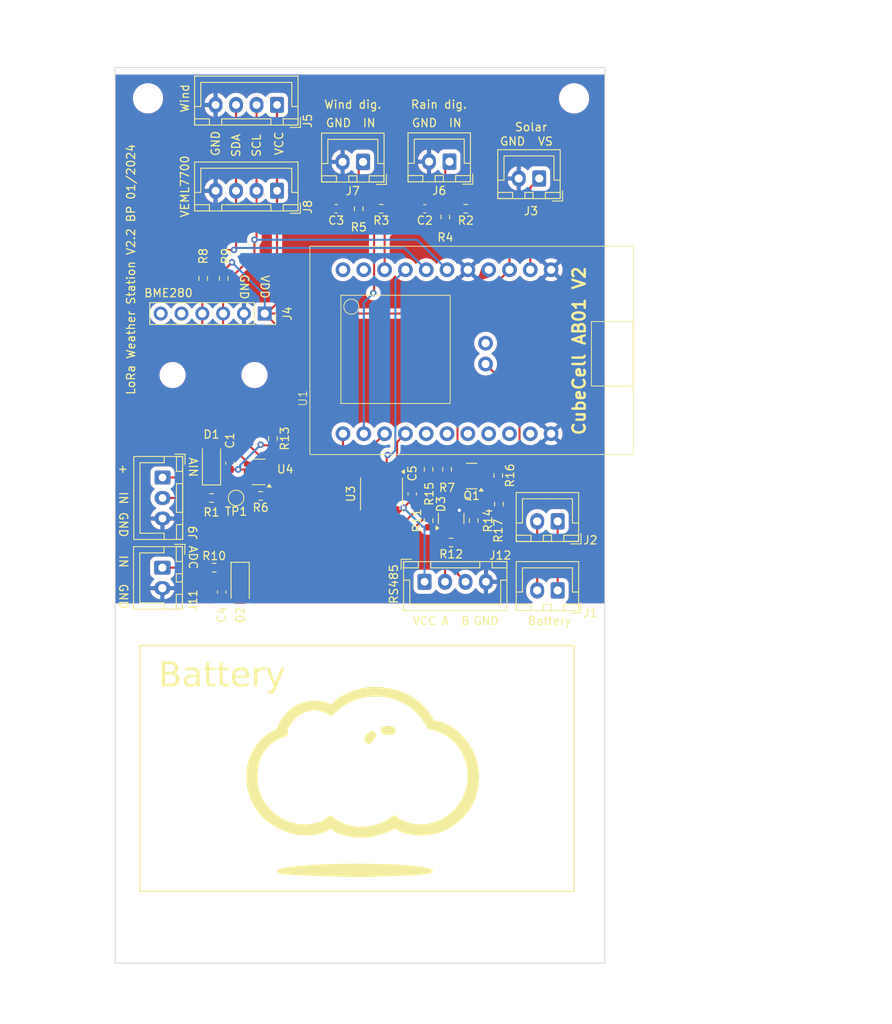
<source format=kicad_pcb>
(kicad_pcb (version 20240108) (generator "pcbnew") (generator_version "8.0")
  (layers (0 "F.Cu" signal) (31 "B.Cu" signal) (34 "B.Paste" user) (35 "F.Paste" user) (36 "B.SilkS" user "B.Silkscreen") (37 "F.SilkS" user "F.Silkscreen") (38 "B.Mask" user) (39 "F.Mask" user) (44 "Edge.Cuts" user))
  (net 0 "")
  (net 1 "VDDA")
  (net 2 "GND")
  (net 3 "Net-(J6-Pin_1)")
  (net 4 "Net-(J7-Pin_1)")
  (net 5 "Net-(D1-K)")
  (net 6 "Net-(U4-VIN-)")
  (net 7 "Net-(J9-Pin_2)")
  (net 8 "/B")
  (net 9 "/A")
  (net 10 "Net-(J1-Pin_1)")
  (net 11 "Net-(J1-Pin_2)")
  (net 12 "VS")
  (net 13 "/SCL")
  (net 14 "/SDA")
  (net 15 "/RAIN")
  (net 16 "/WIND")
  (net 17 "GNDD")
  (net 19 "+3V3")
  (net 20 "VDD_RS485")
  (net 29 "Net-(D2-K)")
  (net 32 "Net-(J11-Pin_1)")
  (net 33 "/RS485_PWR")
  (net 34 "Net-(U3-A)")
  (net 35 "Net-(U3-B)")
  (net 36 "/UART1TX")
  (net 37 "/RS485SW")
  (net 38 "/UART1RX")
  (net 39 "Net-(J9-Pin_1)")
  (net 40 "Net-(Q1-S)")
  (footprint "MountingHole:MountingHole_2.7mm" (layer "F.Cu") (at 87 112.75)
    (property "Reference" "H9" (hide yes))
    (property "Value" "MountingHole")
  )
  (footprint "Connector_JST:JST_XH_B2B-XH-A_1x02_P2.50mm_Vertical" (layer "F.Cu") (at 111 81.85 180)
    (property "Reference" "J2")
    (property "Value" "Conn_01x02_Pin")
  )
  (footprint "Resistor_SMD:R_0603_1608Metric" (layer "F.Cu") (at 76.25 71.75 -90)
    (property "Reference" "R13")
    (property "Value" "0")
  )
  (footprint "Connector_JST:JST_XH_B4B-XH-A_1x04_P2.50mm_Vertical" (layer "F.Cu") (at 76.75 41.525 180)
    (property "Reference" "J8")
    (property "Value" "Conn_01x04_Pin")
  )
  (footprint "TestPoint:TestPoint_Pad_D1.5mm" (layer "F.Cu") (at 71.75 79 180)
    (property "Reference" "TP1")
    (property "Value" "TestPoint")
  )
  (footprint "Connector_JST:JST_XH_B2B-XH-A_1x02_P2.50mm_Vertical" (layer "F.Cu") (at 97.795 37.97 180)
    (property "Reference" "J6")
    (property "Value" "Conn_01x02_Pin")
  )
  (footprint "Resistor_SMD:R_0603_1608Metric" (layer "F.Cu") (at 98 84.425 180)
    (property "Reference" "R12")
    (property "Value" "120")
  )
  (footprint "Heltec:CubeCellAB01" (layer "F.Cu") (at 110.2 71.16 90)
    (property "Reference" "U1")
    (property "Value" "~")
  )
  (footprint "MountingHole:MountingHole_2.7mm" (layer "F.Cu") (at 74 64)
    (property "Reference" "H8" (hide yes))
    (property "Value" "MountingHole")
  )
  (footprint "Connector_JST:JST_XH_B2B-XH-A_1x02_P2.50mm_Vertical" (layer "F.Cu") (at 87.25 38 180)
    (property "Reference" "J7")
    (property "Value" "Conn_01x02_Pin")
  )
  (footprint "MountingHole:MountingHole_2.7mm" (layer "F.Cu") (at 64 64)
    (property "Reference" "H7" (hide yes))
    (property "Value" "MountingHole")
  )
  (footprint "Connector_JST:JST_XH_B3B-XH-A_1x03_P2.50mm_Vertical" (layer "F.Cu") (at 62.775 76.5 -90)
    (property "Reference" "J9")
    (property "Value" "Conn_01x03_Pin")
  )
  (footprint "Connector_JST:JST_XH_B2B-XH-A_1x02_P2.50mm_Vertical" (layer "F.Cu") (at 62.75 87.5 -90)
    (property "Reference" "J11")
    (property "Value" "Conn_01x02_Pin")
  )
  (footprint "Resistor_SMD:R_0603_1608Metric" (layer "F.Cu") (at 99.785 43.72 180)
    (property "Reference" "R2")
    (property "Value" "100k")
  )
  (footprint "MountingHole:MountingHole_3.2mm_M3" (layer "F.Cu") (at 87.25 130.5)
    (property "Reference" "H6" (hide yes))
    (property "Value" "MountingHole")
  )
  (footprint "Diode_SMD:D_MiniMELF" (layer "F.Cu") (at 72.25 89.5 -90)
    (property "Reference" "D2")
    (property "Value" "ZMM3V3-M")
  )
  (footprint "Package_TO_SOT_SMD:SOT-23" (layer "F.Cu") (at 100.5 76.325 180)
    (property "Reference" "Q1")
    (property "Value" "AO3401A")
  )
  (footprint "Resistor_SMD:R_0603_1608Metric" (layer "F.Cu") (at 67.74 52.225 -90)
    (property "Reference" "R8")
    (property "Value" "4k7")
  )
  (footprint "MountingHole:MountingHole_3.2mm_M3" (layer "F.Cu") (at 113 30.25)
    (property "Reference" "H2" (hide yes))
    (property "Value" "MountingHole")
  )
  (footprint "Resistor_SMD:R_0603_1608Metric" (layer "F.Cu") (at 69.075 87.5)
    (property "Reference" "R10")
    (property "Value" "470")
  )
  (footprint "Resistor_SMD:R_0603_1608Metric" (layer "F.Cu") (at 95.25 81.75 90)
    (property "Reference" "R11")
    (property "Value" "10")
  )
  (footprint "Resistor_SMD:R_0603_1608Metric" (layer "F.Cu") (at 103.825 79.75 90)
    (property "Reference" "R17")
    (property "Value" "47k")
  )
  (footprint "Package_SO:SOIC-8_3.9x4.9mm_P1.27mm" (layer "F.Cu") (at 89.5 78.5 -90)
    (property "Reference" "U3")
    (property "Value" "SP3485EN")
  )
  (footprint "Capacitor_SMD:C_0603_1608Metric" (layer "F.Cu") (at 93.25 78.5 90)
    (property "Reference" "C5")
    (property "Value" "100n")
  )
  (footprint "Capacitor_SMD:C_0603_1608Metric" (layer "F.Cu") (at 94.785 43.72 180)
    (property "Reference" "C2")
    (property "Value" "10n")
  )
  (footprint "Capacitor_SMD:C_0603_1608Metric" (layer "F.Cu") (at 70 90.475 -90)
    (property "Reference" "C4")
    (property "Value" "10n")
  )
  (footprint "Resistor_SMD:R_0603_1608Metric" (layer "F.Cu") (at 74.75 78.75 180)
    (property "Reference" "R6")
    (property "Value" "0R")
  )
  (footprint "MountingHole:MountingHole_3.2mm_M3" (layer "F.Cu") (at 61 131.25)
    (property "Reference" "H3" (hide yes))
    (property "Value" "MountingHole")
  )
  (footprint "Capacitor_SMD:C_0603_1608Metric" (layer "F.Cu") (at 71 74.75 90)
    (property "Reference" "C1")
    (property "Value" "100n")
  )
  (footprint "Connector_PinSocket_2.54mm:PinSocket_1x06_P2.54mm_Vertical" (layer "F.Cu") (at 75.25 56.5 -90)
    (property "Reference" "J4")
    (property "Value" "Conn_01x06_Pin")
  )
  (footprint "Diode_SMD:D_MiniMELF" (layer "F.Cu") (at 68.75 74.75 90)
    (property "Reference" "D1")
    (property "Value" "ZMM3V3-M")
  )
  (footprint "Resistor_SMD:R_0603_1608Metric" (layer "F.Cu") (at 89.47 43.72 180)
    (property "Reference" "R3")
    (property "Value" "100k")
  )
  (footprint "MountingHole:MountingHole_3.2mm_M3" (layer "F.Cu") (at 87.25 95.25)
    (property "Reference" "H5" (hide yes))
    (property "Value" "MountingHole")
  )
  (footprint "Resistor_SMD:R_0603_1608Metric" (layer "F.Cu") (at 86.72 43.72 -90)
    (property "Reference" "R5")
    (property "Value" "10")
  )
  (footprint "Package_TO_SOT_SMD:SOT-23" (layer "F.Cu") (at 98 81.5 90)
    (property "Reference" "D3")
    (property "Value" "PSM712")
  )
  (footprint "MountingHole:MountingHole_3.2mm_M3" (layer "F.Cu") (at 112.5 131)
    (property "Reference" "H4" (hide yes))
    (property "Value" "MountingHole")
  )
  (footprint "Resistor_SMD:R_0603_1608Metric" (layer "F.Cu") (at 70.24 52.225 -90)
    (property "Reference" "R9")
    (property "Value" "4k7")
  )
  (footprint "MountingHole:MountingHole_3.2mm_M3" (layer "F.Cu") (at 61 30.25)
    (property "Reference" "H1" (hide yes))
    (property "Value" "MountingHole")
  )
  (footprint "Resistor_SMD:R_0603_1608Metric" (layer "F.Cu") (at 97.285 44.72 -90)
    (property "Reference" "R4")
    (property "Value" "10")
  )
  (footprint "Connector_JST:JST_XH_B4B-XH-A_1x04_P2.50mm_Vertical" (layer "F.Cu") (at 94.75 89.225)
    (property "Reference" "J12")
    (property "Value" "Conn_01x04")
  )
  (footprint "Resistor_SMD:R_0603_1608Metric" (layer "F.Cu") (at 68.75 79)
    (property "Reference" "R1")
    (property "Value" "470")
  )
  (footprint "Capacitor_SMD:C_0603_1608Metric" (layer "F.Cu") (at 83.97 43.72 180)
    (property "Reference" "C3")
    (property "Value" "10n")
  )
  (footprint "Connector_JST:JST_XH_B2B-XH-A_1x02_P2.50mm_Vertical" (layer "F.Cu") (at 108.75 40.025 180)
    (property "Reference" "J3")
    (property "Value" "Conn_01x02_Pin")
  )
  (footprint "Connector_JST:JST_XH_B4B-XH-A_1x04_P2.50mm_Vertical" (layer "F.Cu") (at 76.75 31.05 180)
    (property "Reference" "J5")
    (property "Value" "Conn_01x04_Pin")
  )
  (footprint "Connector_JST:JST_XH_B2B-XH-A_1x02_P2.50mm_Vertical" (layer "F.Cu") (at 111 90.275 180)
    (property "Reference" "J1")
    (property "Value" "Conn_01x02_Pin")
  )
  (footprint "Resistor_SMD:R_0603_1608Metric" (layer "F.Cu") (at 100.75 81.75 90)
    (property "Reference" "R14")
    (property "Value" "10")
  )
  (footprint "Resistor_SMD:R_0603_1608Metric" (layer "F.Cu") (at 95.25 75.5 -90)
    (property "Reference" "R15")
    (property "Value" "0")
  )
  (footprint "Package_TO_SOT_SMD:SOT-23-6" (layer "F.Cu") (at 74.5 75.825 180)
    (property "Reference" "U4")
    (property "Value" "ADS1110")
  )
  (footprint "Resistor_SMD:R_0603_1608Metric" (layer "F.Cu") (at 97.5 75.5 90)
    (property "Reference" "R7")
    (property "Value" "0R")
  )
  (footprint "Resistor_SMD:R_0603_1608Metric" (layer "F.Cu") (at 103.75 76.25 -90)
    (property "Reference" "R16")
    (property "Value" "100k")
  )
  (gr_poly (pts (xy 90.391292 106.804245) (xy 90.489336 106.811963) (xy 90.584349 106.824093) (xy 90.675506 106.840549) (xy 90.761983 106.861249) (xy 90.842955 106.886106) (xy 90.917598 106.915035) (xy 90.985087 106.947953) (xy 91.015891 106.965881) (xy 91.044597 106.984775) (xy 91.071102 107.004622) (xy 91.095304 107.025414) (xy 91.109142 107.039345) (xy 91.122175 107.054768) (xy 91.1344 107.071588) (xy 91.145813 107.089712) (xy 91.15641 107.109047) (xy 91.166189 107.129498) (xy 91.183276 107.173376) (xy 91.197046 107.220596) (xy 91.207473 107.270408) (xy 91.214528 107.322062) (xy 91.218184 107.374809) (xy 91.218413 107.427899) (xy 91.215188 107.480582) (xy 91.208482 107.532107) (xy 91.198266 107.581726) (xy 91.184514 107.628689) (xy 91.176303 107.65094) (xy 91.167198 107.672245) (xy 91.157195 107.692512) (xy 91.14629 107.711646) (xy 91.13448 107.729553) (xy 91.121763 107.74614) (xy 91.106377 107.763578) (xy 91.09021 107.779267) (xy 91.072617 107.793341) (xy 91.052952 107.80593) (xy 91.030571 107.817166) (xy 91.004829 107.827181) (xy 90.975081 107.836105) (xy 90.940681 107.844071) (xy 90.900984 107.85121) (xy 90.855346 107.857654) (xy 90.743664 107.86898) (xy 90.600475 107.879102) (xy 90.420618 107.889072) (xy 90.328603 107.893608) (xy 90.245483 107.897279) (xy 90.170683 107.90004) (xy 90.103625 107.901848) (xy 90.043732 107.902656) (xy 89.990427 107.902421) (xy 89.943132 107.901098) (xy 89.90127 107.898644) (xy 89.864264 107.895012) (xy 89.847402 107.892741) (xy 89.831537 107.890158) (xy 89.816598 107.88726) (xy 89.802512 107.884039) (xy 89.789207 107.880491) (xy 89.776611 107.876609) (xy 89.764652 107.872389) (xy 89.753258 107.867825) (xy 89.742356 107.86291) (xy 89.731875 107.85764) (xy 89.721742 107.852009) (xy 89.711884 107.846011) (xy 89.69271 107.832894) (xy 89.660723 107.807641) (xy 89.630488 107.78003) (xy 89.602046 107.750161) (xy 89.575442 107.718131) (xy 89.550718 107.684038) (xy 89.527917 107.647982) (xy 89.507083 107.61006) (xy 89.488259 107.57037) (xy 89.471488 107.529011) (xy 89.456814 107.48608) (xy 89.444278 107.441677) (xy 89.433925 107.395899) (xy 89.425797 107.348845) (xy 89.419939 107.300612) (xy 89.416392 107.251299) (xy 89.4152 107.201005) (xy 89.4152 106.962302) (xy 89.689388 106.880878) (xy 89.785559 106.855339) (xy 89.884471 106.834804) (xy 89.9853 106.81919) (xy 90.087221 106.808412) (xy 90.18941 106.802385) (xy 90.291042 106.801024)) (stroke (width -0.000001)) (fill solid) (layer "F.SilkS"))
  (gr_rect (start 60 97) (end 113 127) (stroke (width 0.15)) (fill none) (layer "F.SilkS"))
  (gr_poly (pts (xy 89.957831 123.659279) (xy 91.233362 123.702186) (xy 92.246244 123.760082) (xy 92.714227 123.800062) (xy 93.195194 123.848663) (xy 93.671115 123.903421) (xy 94.123964 123.961874) (xy 94.535714 124.021558) (xy 94.888336 124.080009) (xy 95.163804 124.134764) (xy 95.344089 124.183361) (xy 95.422382 124.213151) (xy 95.458609 124.228607) (xy 95.492872 124.244402) (xy 95.525157 124.260507) (xy 95.555453 124.276896) (xy 95.583745 124.293543) (xy 95.61002 124.310419) (xy 95.634266 124.327499) (xy 95.656469 124.344754) (xy 95.676617 124.362158) (xy 95.694696 124.379685) (xy 95.710692 124.397306) (xy 95.724594 124.414996) (xy 95.736388 124.432726) (xy 95.74606 124.45047) (xy 95.753598 124.468202) (xy 95.758988 124.485893) (xy 95.762218 124.503517) (xy 95.763274 124.521047) (xy 95.762143 124.538456) (xy 95.758813 124.555717) (xy 95.753269 124.572802) (xy 95.7455 124.589686) (xy 95.735491 124.60634) (xy 95.72323 124.622738) (xy 95.708703 124.638853) (xy 95.691898 124.654658) (xy 95.672801 124.670126) (xy 95.6514 124.685229) (xy 95.62768 124.699942) (xy 95.60163 124.714236) (xy 95.520943 124.751622) (xy 95.427503 124.78623) (xy 95.318845 124.81829) (xy 95.192502 124.848035) (xy 95.04601 124.875695) (xy 94.876904 124.901502) (xy 94.682716 124.925688) (xy 94.460982 124.948483) (xy 94.209237 124.970119) (xy 93.925014 124.990828) (xy 93.605847 125.01084) (xy 93.249273 125.030387) (xy 92.414035 125.069013) (xy 91.399576 125.108556) (xy 87.847031 125.235267) (xy 87.123183 125.256692) (xy 86.848743 125.258471) (xy 86.091539 125.240626) (xy 84.493952 125.209518) (xy 84.493953 125.209521) (xy 82.540181 125.15554) (xy 80.426154 125.070995) (xy 78.606391 124.976565) (xy 77.948896 124.932105) (xy 77.535412 124.892928) (xy 77.442828 124.879821) (xy 77.355654 124.86545) (xy 77.273927 124.849834) (xy 77.197687 124.832988) (xy 77.126973 124.81493) (xy 77.061823 124.795677) (xy 77.002277 124.775245) (xy 76.948373 124.753652) (xy 76.90015 124.730914) (xy 76.857647 124.707049) (xy 76.820904 124.682072) (xy 76.789958 124.656001) (xy 76.764848 124.628853) (xy 76.745615 124.600645) (xy 76.732295 124.571394) (xy 76.72493 124.541116) (xy 76.723731 124.527314) (xy 76.724036 124.513467) (xy 76.725818 124.499593) (xy 76.729053 124.485706) (xy 76.733715 124.471824) (xy 76.73978 124.457964) (xy 76.747223 124.444141) (xy 76.756017 124.430371) (xy 76.76614 124.416673) (xy 76.777564 124.403061) (xy 76.790266 124.389552) (xy 76.80422 124.376163) (xy 76.819401 124.362911) (xy 76.835784 124.349811) (xy 76.853344 124.336879) (xy 76.872057 124.324134) (xy 76.891896 124.31159) (xy 76.912837 124.299264) (xy 76.934855 124.287174) (xy 76.957925 124.275334) (xy 76.982022 124.263762) (xy 77.007121 124.252474) (xy 77.033196 124.241486) (xy 77.060222 124.230816) (xy 77.088176 124.220478) (xy 77.117031 124.210491) (xy 77.146762 124.20087) (xy 77.177345 124.191631) (xy 77.208754 124.182791) (xy 77.240965 124.174367) (xy 77.307689 124.158831) (xy 77.580886 124.110506) (xy 77.970974 124.05593) (xy 78.454944 123.997471) (xy 79.009788 123.937495) (xy 79.612495 123.87837) (xy 80.240056 123.822465) (xy 80.869462 123.772146) (xy 81.477703 123.729781) (xy 82.570869 123.677811) (xy 83.903746 123.642243) (xy 86.953726 123.619371)) (stroke (width -0.000001)) (fill solid) (layer "F.SilkS"))
  (gr_poly (pts (xy 88.436566 107.391627) (xy 88.44528 107.392347) (xy 88.453724 107.3935) (xy 88.461938 107.39509) (xy 88.469964 107.397123) (xy 88.477843 107.399602) (xy 88.485614 107.402533) (xy 88.493319 107.405918) (xy 88.500998 107.409764) (xy 88.508693 107.414074) (xy 88.516444 107.418853) (xy 88.524291 107.424105) (xy 88.532276 107.429835) (xy 88.54044 107.436047) (xy 88.557465 107.449936) (xy 88.575692 107.465806) (xy 88.600707 107.489955) (xy 88.625299 107.517301) (xy 88.649302 107.547483) (xy 88.672553 107.580139) (xy 88.694888 107.614906) (xy 88.716142 107.651424) (xy 88.736151 107.689329) (xy 88.75475 107.72826) (xy 88.771777 107.767855) (xy 88.787066 107.807753) (xy 88.800453 107.847591) (xy 88.811775 107.887007) (xy 88.820866 107.92564) (xy 88.827563 107.963127) (xy 88.831702 107.999107) (xy 88.833118 108.033218) (xy 88.831607 108.049315) (xy 88.827118 108.068156) (xy 88.819718 108.089638) (xy 88.809475 108.113657) (xy 88.796455 108.14011) (xy 88.780726 108.168894) (xy 88.762355 108.199905) (xy 88.741409 108.233041) (xy 88.717956 108.268197) (xy 88.692062 108.305271) (xy 88.63322 108.384759) (xy 88.565422 108.470677) (xy 88.489205 108.5622) (xy 88.489203 108.5622) (xy 88.414035 108.649832) (xy 88.34664 108.727125) (xy 88.286241 108.794544) (xy 88.232061 108.852555) (xy 88.20706 108.878177) (xy 88.183321 108.901622) (xy 88.160749 108.922948) (xy 88.139245 108.942212) (xy 88.118712 108.959473) (xy 88.099053 108.974789) (xy 88.080172 108.988218) (xy 88.06197 108.999818) (xy 88.04435 109.009648) (xy 88.027216 109.017766) (xy 88.01047 109.024229) (xy 87.994014 109.029096) (xy 87.977753 109.032425) (xy 87.961587 109.034274) (xy 87.945421 109.034702) (xy 87.929157 109.033767) (xy 87.912698 109.031526) (xy 87.895946 109.028038) (xy 87.878805 109.023361) (xy 87.861177 109.017553) (xy 87.842965 109.010672) (xy 87.824072 109.002777) (xy 87.783852 108.984176) (xy 87.751091 108.96739) (xy 87.719667 108.949436) (xy 87.689594 108.93036) (xy 87.660888 108.910205) (xy 87.633563 108.889015) (xy 87.607637 108.866835) (xy 87.583123 108.84371) (xy 87.560037 108.819683) (xy 87.538395 108.794799) (xy 87.518211 108.769102) (xy 87.499501 108.742637) (xy 87.482281 108.715448) (xy 87.466565 108.687579) (xy 87.452369 108.659074) (xy 87.439709 108.629978) (xy 87.428599 108.600336) (xy 87.419055 108.570191) (xy 87.411092 108.539588) (xy 87.404726 108.508572) (xy 87.399971 108.477186) (xy 87.396844 108.445474) (xy 87.395359 108.413482) (xy 87.395532 108.381254) (xy 87.397378 108.348833) (xy 87.400913 108.316265) (xy 87.406151 108.283593) (xy 87.413108 108.250862) (xy 87.4218 108.218116) (xy 87.432241 108.1854) (xy 87.444448 108.152757) (xy 87.458434 108.120233) (xy 87.474216 108.087872) (xy 87.500616 108.041845) (xy 87.53298 107.993866) (xy 87.570653 107.944492) (xy 87.61298 107.894284) (xy 87.659307 107.843797) (xy 87.70898 107.793591) (xy 87.761344 107.744224) (xy 87.815744 107.696255) (xy 87.871527 107.650241) (xy 87.928036 107.606741) (xy 87.984619 107.566313) (xy 88.040621 107.529515) (xy 88.095387 107.496906) (xy 88.148262 107.469043) (xy 88.198592 107.446486) (xy 88.245723 107.429792) (xy 88.280156 107.419669) (xy 88.311226 107.41103) (xy 88.339259 107.40391) (xy 88.36458 107.398345) (xy 88.376326 107.396157) (xy 88.387517 107.394371) (xy 88.398193 107.392991) (xy 88.408395 107.392022) (xy 88.418164 107.391469) (xy 88.427541 107.391336)) (stroke (width -0.000001)) (fill solid) (layer "F.SilkS"))
  (gr_poly (pts (xy 89.154693 102.057461) (xy 89.494581 102.085326) (xy 89.789447 102.119156) (xy 90.071464 102.1568) (xy 90.341653 102.198582) (xy 90.601036 102.244823) (xy 90.850633 102.295843) (xy 91.091467 102.351965) (xy 91.324558 102.413508) (xy 91.550928 102.480796) (xy 91.771599 102.554148) (xy 91.987591 102.633887) (xy 92.199926 102.720334) (xy 92.409626 102.81381) (xy 92.617711 102.914636) (xy 92.825204 103.023134) (xy 93.033125 103.139624) (xy 93.242496 103.264429) (xy 93.437651 103.389444) (xy 93.632528 103.524631) (xy 93.826106 103.668928) (xy 94.017369 103.821274) (xy 94.205297 103.980605) (xy 94.388871 104.14586) (xy 94.567072 104.315976) (xy 94.738883 104.489891) (xy 94.903283 104.666543) (xy 95.059254 104.844869) (xy 95.205777 105.023808) (xy 95.341835 105.202296) (xy 95.466407 105.379272) (xy 95.578475 105.553672) (xy 95.67702 105.724436) (xy 95.761023 105.890501) (xy 95.802228 105.976853) (xy 95.820182 106.012243) (xy 95.836914 106.042894) (xy 95.852834 106.069145) (xy 95.868349 106.091335) (xy 95.876083 106.101013) (xy 95.883869 106.109803) (xy 95.891758 106.117747) (xy 95.899801 106.124888) (xy 95.908049 106.131267) (xy 95.916554 106.136928) (xy 95.925366 106.141913) (xy 95.934536 106.146264) (xy 95.944116 106.150023) (xy 95.954156 106.153233) (xy 95.964708 106.155936) (xy 95.975823 106.158175) (xy 95.999944 106.161428) (xy 96.026928 106.163333) (xy 96.057184 106.164227) (xy 96.09112 106.164449) (xy 96.152161 106.167791) (xy 96.225522 106.177489) (xy 96.309732 106.193055) (xy 96.403323 106.214) (xy 96.504825 106.239837) (xy 96.612767 106.270075) (xy 96.842096 106.341804) (xy 97.079554 106.425278) (xy 97.313382 106.516588) (xy 97.425262 106.563959) (xy 97.531825 106.611824) (xy 97.631602 106.659693) (xy 97.723124 106.707078) (xy 97.831053 106.766663) (xy 97.936185 106.827256) (xy 98.038782 106.88906) (xy 98.139109 106.952279) (xy 98.237429 107.017117) (xy 98.334006 107.083778) (xy 98.429103 107.152465) (xy 98.522986 107.223381) (xy 98.615916 107.296731) (xy 98.708158 107.372718) (xy 98.799976 107.451545) (xy 98.891634 107.533417) (xy 98.983394 107.618537) (xy 99.075522 107.707109) (xy 99.16828 107.799337) (xy 99.261933 107.895423) (xy 99.495318 108.147079) (xy 99.714734 108.401498) (xy 99.920293 108.658919) (xy 100.11211 108.919583) (xy 100.290297 109.183728) (xy 100.454967 109.451595) (xy 100.606234 109.723422) (xy 100.74421 109.99945) (xy 100.869009 110.279918) (xy 100.980743 110.565065) (xy 101.079527 110.855131) (xy 101.165472 111.150355) (xy 101.238692 111.450978) (xy 101.2993 111.757238) (xy 101.34741 112.069374) (xy 101.383133 112.387627) (xy 101.405321 112.710528) (xy 101.412887 113.035234) (xy 101.406111 113.360675) (xy 101.38527 113.68578) (xy 101.350642 114.009478) (xy 101.302507 114.330699) (xy 101.241142 114.648373) (xy 101.166827 114.961427) (xy 101.079838 115.268793) (xy 100.980456 115.569399) (xy 100.868957 115.862174) (xy 100.74562 116.146048) (xy 100.610725 116.41995) (xy 100.464548 116.682809) (xy 100.307369 116.933555) (xy 100.139466 117.171117) (xy 99.959645 117.405558) (xy 99.788081 117.61827) (xy 99.621138 117.813068) (xy 99.538264 117.904941) (xy 99.455183 117.993765) (xy 99.37144 118.080019) (xy 99.286581 118.164177) (xy 99.200151 118.246718) (xy 99.111697 118.328118) (xy 98.926896 118.489401) (xy 98.728544 118.651843) (xy 98.496359 118.829963) (xy 98.261379 118.996765) (xy 98.023451 119.152306) (xy 97.782425 119.29664) (xy 97.53815 119.429824) (xy 97.290472 119.551913) (xy 97.039241 119.662964) (xy 96.784305 119.763032) (xy 96.525513 119.852172) (xy 96.262713 119.930442) (xy 95.995754 119.997896) (xy 95.724483 120.05459) (xy 95.44875 120.10058) (xy 95.168403 120.135922) (xy 94.88329 120.160673) (xy 94.593259 120.174886) (xy 94.368066 120.178425) (xy 94.142707 120.175384) (xy 93.918081 120.165944) (xy 93.695086 120.150289) (xy 93.474619 120.128599) (xy 93.257578 120.101055) (xy 93.044861 120.067841) (xy 92.837365 120.029136) (xy 92.635989 119.985123) (xy 92.44163 119.935984) (xy 92.255185 119.881899) (xy 92.077554 119.823052) (xy 91.909632 119.759622) (xy 91.752319 119.691793) (xy 91.606512 119.619745) (xy 91.473108 119.543661) (xy 91.414578 119.509046) (xy 91.359055 119.479274) (xy 91.306015 119.454372) (xy 91.28026 119.443754) (xy 91.254929 119.434363) (xy 91.229955 119.426202) (xy 91.205272 119.419273) (xy 91.180815 119.413581) (xy 91.156517 119.409127) (xy 91.132313 119.405916) (xy 91.108138 119.403951) (xy 91.083924 119.403234) (xy 91.059607 119.403768) (xy 91.03512 119.405558) (xy 91.010398 119.408605) (xy 90.985375 119.412913) (xy 90.959985 119.418486) (xy 90.934162 119.425326) (xy 90.907841 119.433436) (xy 90.853439 119.453481) (xy 90.796253 119.478645) (xy 90.735756 119.508954) (xy 90.671421 119.544433) (xy 90.602723 119.585107) (xy 90.522378 119.631115) (xy 90.430084 119.678726) (xy 90.32685 119.727594) (xy 90.213686 119.777375) (xy 90.091602 119.827725) (xy 89.961606 119.878298) (xy 89.681919 119.978735) (xy 89.382703 120.075931) (xy 89.072033 120.167127) (xy 88.757987 120.249566) (xy 88.448639 120.320492) (xy 88.268626 120.356944) (xy 88.105511 120.386132) (xy 87.951992 120.408723) (xy 87.800769 120.425383) (xy 87.64454 120.436778) (xy 87.476004 120.443573) (xy 87.287861 120.446436) (xy 87.072808 120.446032) (xy 86.759469 120.439996) (xy 86.463125 120.427942) (xy 86.331762 120.420204) (xy 86.217171 120.411616) (xy 86.123527 120.402396) (xy 86.055004 120.392764) (xy 86.054995 120.392767) (xy 85.575497 120.302728) (xy 85.163084 120.21534) (xy 84.808855 120.127666) (xy 84.650778 120.082804) (xy 84.503909 120.036769) (xy 84.367136 119.989193) (xy 84.239347 119.93971) (xy 84.119427 119.887952) (xy 84.006266 119.833552) (xy 83.89875 119.776143) (xy 83.795767 119.715357) (xy 83.696204 119.650829) (xy 83.598949 119.582189) (xy 83.545814 119.544309) (xy 83.493281 119.508971) (xy 83.442712 119.476947) (xy 83.395468 119.449011) (xy 83.352911 119.425937) (xy 83.333815 119.416464) (xy 83.316402 119.408498) (xy 83.300842 119.402133) (xy 83.287304 119.397467) (xy 83.275959 119.394596) (xy 83.266977 119.393618) (xy 83.262846 119.393826) (xy 83.258208 119.394442) (xy 83.247486 119.396859) (xy 83.234961 119.400789) (xy 83.220782 119.406149) (xy 83.205098 119.412858) (xy 83.188059 119.420835) (xy 83.169814 119.429999) (xy 83.150511 119.440268) (xy 83.130301 119.45156) (xy 83.109332 119.463794) (xy 83.087753 119.476889) (xy 83.065715 119.490763) (xy 83.043365 119.505336) (xy 83.020853 119.520524) (xy 82.998329 119.536248) (xy 82.975942 119.552425) (xy 82.874025 119.621765) (xy 82.762448 119.687066) (xy 82.641439 119.748278) (xy 82.511225 119.805348) (xy 82.372035 119.858226) (xy 82.224094 119.906861) (xy 82.067632 119.951203) (xy 81.902876 119.9912) (xy 81.730053 120.026801) (xy 81.54939 120.057955) (xy 81.361116 120.084612) (xy 81.165458 120.10672) (xy 80.962644 120.124228) (xy 80.752901 120.137085) (xy 80.536456 120.145241) (xy 80.313538 120.148644) (xy 79.972119 120.146302) (xy 79.666805 120.134976) (xy 79.524529 120.125447) (xy 79.387488 120.113076) (xy 79.254418 120.097665) (xy 79.124057 120.079015) (xy 78.995139 120.056928) (xy 78.866401 120.031204) (xy 78.73658 120.001646) (xy 78.604412 119.968055) (xy 78.468632 119.930232) (xy 78.327978 119.887978) (xy 78.02699 119.789385) (xy 77.715646 119.676969) (xy 77.413869 119.556134) (xy 77.121668 119.426889) (xy 76.839055 119.289241) (xy 76.566039 119.143197) (xy 76.302631 118.988766) (xy 76.048841 118.825954) (xy 75.804679 118.654769) (xy 75.570156 118.475219) (xy 75.345281 118.28731) (xy 75.130065 118.091052) (xy 74.924519 117.886451) (xy 74.728652 117.673514) (xy 74.542475 117.45225) (xy 74.365999 117.222665) (xy 74.199232 116.984768) (xy 74.054116 116.762868) (xy 73.926127 116.555759) (xy 73.812542 116.358) (xy 73.760301 116.260926) (xy 73.710639 116.16415) (xy 73.663216 116.066991) (xy 73.617692 115.968769) (xy 73.573727 115.868805) (xy 73.530979 115.766417) (xy 73.447776 115.551652) (xy 73.365359 115.319033) (xy 73.273823 115.037468) (xy 73.234936 114.905727) (xy 73.20034 114.777879) (xy 73.169813 114.652321) (xy 73.143134 114.527452) (xy 73.120079 114.40167) (xy 73.100429 114.273373) (xy 73.083959 114.140959) (xy 73.070449 114.002827) (xy 73.059677 113.857374) (xy 73.051421 113.702999) (xy 73.041568 113.361076) (xy 73.03979 113.073589) (xy 74.387899 113.073589) (xy 74.390012 113.324948) (xy 74.398011 113.549804) (xy 74.404574 113.654783) (xy 74.413035 113.756125) (xy 74.423536 113.854824) (xy 74.436221 113.951877) (xy 74.451231 114.04828) (xy 74.468709 114.145029) (xy 74.488797 114.24312) (xy 74.511637 114.343548) (xy 74.566144 114.555402) (xy 74.633368 114.788558) (xy 74.684614 114.948541) (xy 74.74206 115.107682) (xy 74.805665 115.265913) (xy 74.875384 115.423167) (xy 74.951175 115.579375) (xy 75.032994 115.73447) (xy 75.120799 115.888384) (xy 75.214547 116.041049) (xy 75.314194 116.192398) (xy 75.419697 116.342363) (xy 75.531013 116.490876) (xy 75.648099 116.637869) (xy 75.770912 116.783274) (xy 75.899409 116.927025) (xy 76.033547 117.069052) (xy 76.173282 117.209289) (xy 76.375892 117.397401) (xy 76.587446 117.574518) (xy 76.807543 117.740485) (xy 77.03578 117.895142) (xy 77.271754 118.038332) (xy 77.515063 118.169898) (xy 77.765305 118.289682) (xy 78.022078 118.397526) (xy 78.28498 118.493273) (xy 78.553607 118.576765) (xy 78.827558 118.647844) (xy 79.106431 118.706354) (xy 79.389822 118.752135) (xy 79.67733 118.785032) (xy 79.968553 118.804885) (xy 80.263088 118.811538) (xy 80.446278 118.807532) (xy 80.630478 118.795661) (xy 80.815028 118.776142) (xy 80.999267 118.749194) (xy 81.182535 118.715035) (xy 81.364169 118.673882) (xy 81.543511 118.625955) (xy 81.7199 118.571471) (xy 81.892673 118.510648) (xy 82.061172 118.443705) (xy 82.224735 118.37086) (xy 82.382701 118.292331) (xy 82.534411 118.208336) (xy 82.679202 118.119093) (xy 82.816415 118.024821) (xy 82.945389 117.925738) (xy 83.002246 117.880449) (xy 83.057607 117.838199) (xy 83.110094 117.799913) (xy 83.158332 117.766514) (xy 83.200941 117.738927) (xy 83.236545 117.718078) (xy 83.25129 117.710469) (xy 83.263767 117.704891) (xy 83.273803 117.701459) (xy 83.281228 117.700289) (xy 83.284562 117.700574) (xy 83.288492 117.701418) (xy 83.29806 117.704729) (xy 83.309774 117.710111) (xy 83.323479 117.717454) (xy 83.339017 117.726644) (xy 83.356233 117.737571) (xy 83.37497 117.750123) (xy 83.395072 117.764188) (xy 83.416381 117.779656) (xy 83.438743 117.796414) (xy 83.462001 117.814351) (xy 83.485997 117.833356) (xy 83.510577 117.853316) (xy 83.535583 117.874121) (xy 83.560858 117.895659) (xy 83.586248 117.917818) (xy 83.713492 118.023653) (xy 83.852397 118.12697) (xy 84.001944 118.227356) (xy 84.161116 118.324399) (xy 84.328898 118.417689) (xy 84.504272 118.506812) (xy 84.686221 118.591358) (xy 84.873729 118.670914) (xy 85.065778 118.745069) (xy 85.261352 118.813411) (xy 85.459433 118.875527) (xy 85.659006 118.931007) (xy 85.859053 118.979439) (xy 86.058556 119.020409) (xy 86.256501 119.053508) (xy 86.451868 119.078323) (xy 86.556101 119.088046) (xy 86.662418 119.095347) (xy 86.770757 119.10023) (xy 86.881056 119.1027) (xy 86.993251 119.102762) (xy 87.107281 119.100419) (xy 87.340595 119.088539) (xy 87.580497 119.067094) (xy 87.826487 119.03612) (xy 88.078066 118.995653) (xy 88.334734 118.945727) (xy 88.334736 118.945724) (xy 88.505855 118.90701) (xy 88.678111 118.862961) (xy 88.850602 118.81397) (xy 89.022429 118.760433) (xy 89.19269 118.702744) (xy 89.360486 118.641298) (xy 89.524916 118.576489) (xy 89.685079 118.508712) (xy 89.840074 118.438361) (xy 89.989002 118.365833) (xy 90.130961 118.29152) (xy 90.265052 118.215818) (xy 90.390373 118.139122) (xy 90.506024 118.061826) (xy 90.611104 117.984324) (xy 90.704714 117.907012) (xy 90.729093 117.885954) (xy 90.75368 117.865485) (xy 90.778311 117.845714) (xy 90.80282 117.826744) (xy 90.827042 117.808684) (xy 90.850811 117.791637) (xy 90.873962 117.775711) (xy 90.896329 117.761012) (xy 90.917748 117.747645) (xy 90.938052 117.735716) (xy 90.957078 117.725332) (xy 90.974658 117.716598) (xy 90.990628 117.709621) (xy 91.004823 117.704505) (xy 91.017077 117.701359) (xy 91.027225 117.700286) (xy 91.032043 117.700534) (xy 91.037442 117.701271) (xy 91.049899 117.70416) (xy 91.064424 117.708856) (xy 91.080844 117.715262) (xy 91.098988 117.72328) (xy 91.118682 117.732814) (xy 91.139756 117.743765) (xy 91.162037 117.756037) (xy 91.185352 117.769532) (xy 91.209529 117.784153) (xy 91.234397 117.799803) (xy 91.259783 117.816384) (xy 91.285515 117.833799) (xy 91.31142 117.851951) (xy 91.337327 117.870742) (xy 91.363064 117.890075) (xy 91.429456 117.938554) (xy 91.50312 117.988133) (xy 91.583417 118.038513) (xy 91.669709 118.089393) (xy 91.761359 118.140474) (xy 91.857728 118.191458) (xy 91.958178 118.242045) (xy 92.062071 118.291935) (xy 92.168769 118.34083) (xy 92.277634 118.38843) (xy 92.388028 118.434435) (xy 92.499312 118.478547) (xy 92.61085 118.520467) (xy 92.722002 118.559894) (xy 92.832131 118.596529) (xy 92.940598 118.630074) (xy 93.077219 118.668668) (xy 93.142499 118.685397) (xy 93.206776 118.700552) (xy 93.270812 118.714234) (xy 93.335373 118.726549) (xy 93.40122 118.737597) (xy 93.469118 118.747484) (xy 93.539829 118.756311) (xy 93.614117 118.764182) (xy 93.776476 118.777466) (xy 93.962302 118.788162) (xy 94.177701 118.797094) (xy 94.415722 118.804817) (xy 94.608655 118.808398) (xy 94.767779 118.806888) (xy 94.838188 118.803926) (xy 94.904376 118.799334) (xy 94.967751 118.792993) (xy 95.029725 118.784785) (xy 95.091707 118.77459) (xy 95.155108 118.762289) (xy 95.291805 118.730895) (xy 95.451096 118.689651) (xy 95.742905 118.606076) (xy 96.024299 118.513669) (xy 96.295565 118.412227) (xy 96.55699 118.301551) (xy 96.80886 118.18144) (xy 97.051462 118.051692) (xy 97.285082 117.912106) (xy 97.510007 117.762482) (xy 97.726524 117.602618) (xy 97.934919 117.432314) (xy 98.135479 117.251369) (xy 98.32849 117.059582) (xy 98.514239 116.856751) (xy 98.693013 116.642677) (xy 98.865098 116.417157) (xy 99.030781 116.179992) (xy 99.090771 116.088383) (xy 99.148227 115.996596) (xy 99.203389 115.904081) (xy 99.256502 115.810285) (xy 99.307809 115.714658) (xy 99.357552 115.616649) (xy 99.405975 115.515705) (xy 99.45332 115.411277) (xy 99.499831 115.302811) (xy 99.545751 115.189758) (xy 99.591322 115.071565) (xy 99.636788 114.947682) (xy 99.728377 114.680638) (xy 99.822461 114.384216) (xy 99.867312 114.233652) (xy 99.885738 114.166219) (xy 99.901725 114.101672) (xy 99.915445 114.038251) (xy 99.927069 113.974193) (xy 99.936768 113.907739) (xy 99.944713 113.837129) (xy 99.951077 113.760601) (xy 99.956029 113.676395) (xy 99.959741 113.58275) (xy 99.962385 113.477907) (xy 99.965152 113.227579) (xy 99.965699 112.911327) (xy 99.964872 112.600423) (xy 99.961711 112.350619) (xy 99.954965 112.148376) (xy 99.943384 111.980157) (xy 99.92572 111.832422) (xy 99.900723 111.691634) (xy 99.867143 111.544254) (xy 99.823731 111.376743) (xy 99.78931 111.256734) (xy 99.748878 111.13085) (xy 99.702936 111.000122) (xy 99.651983 110.865581) (xy 99.537043 110.589189) (xy 99.408057 110.309927) (xy 99.269023 110.036046) (xy 99.123941 109.775798) (xy 99.050381 109.653365) (xy 98.976808 109.537435) (xy 98.903722 109.429039) (xy 98.831623 109.329209) (xy 98.687106 109.147429) (xy 98.529457 108.969174) (xy 98.359956 108.795264) (xy 98.179883 108.626515) (xy 97.990515 108.463746) (xy 97.793133 108.307773) (xy 97.589016 108.159415) (xy 97.379443 108.01949) (xy 97.165694 107.888816) (xy 96.949047 107.768209) (xy 96.730782 107.658489) (xy 96.512178 107.560472) (xy 96.294515 107.474976) (xy 96.079072 107.40282) (xy 95.867127 107.34482) (xy 95.659961 107.301795) (xy 95.464397 107.267407) (xy 95.303103 107.237833) (xy 95.192804 107.216225) (xy 95.162005 107.209393) (xy 95.150226 107.205735) (xy 95.144895 107.196283) (xy 95.132568 107.172851) (xy 95.09011 107.090278) (xy 95.029218 106.970477) (xy 94.95626 106.825909) (xy 94.874873 106.673642) (xy 94.781341 106.515572) (xy 94.676854 106.35305) (xy 94.562603 106.18743) (xy 94.439782 106.020064) (xy 94.309581 105.852305) (xy 94.173191 105.685505) (xy 94.031806 105.521017) (xy 93.886615 105.360195) (xy 93.738811 105.20439) (xy 93.589586 105.054955) (xy 93.440131 104.913244) (xy 93.291638 104.780608) (xy 93.145299 104.658401) (xy 93.002304 104.547975) (xy 92.863846 104.450683) (xy 92.724549 104.360995) (xy 92.579729 104.273412) (xy 92.429733 104.188074) (xy 92.274904 104.105123) (xy 92.115589 104.024699) (xy 91.952132 103.946944) (xy 91.784879 103.871998) (xy 91.614175 103.800004) (xy 91.440364 103.731102) (xy 91.263792 103.665433) (xy 91.084804 103.603139) (xy 90.903746 103.544361) (xy 90.720962 103.489239) (xy 90.536797 103.437916) (xy 90.351597 103.390531) (xy 90.165706 103.347227) (xy 90.018837 103.316637) (xy 89.87787 103.291754) (xy 89.737038 103.272091) (xy 89.590577 103.257163) (xy 89.432721 103.246486) (xy 89.257703 103.239574) (xy 89.059758 103.235942) (xy 88.83312 103.235105) (xy 88.598172 103.237361) (xy 88.375008 103.243516) (xy 88.162382 103.253837) (xy 87.959048 103.268593) (xy 87.76376 103.28805) (xy 87.575274 103.312477) (xy 87.392343 103.342141) (xy 87.213721 103.377309) (xy 87.038164 103.41825) (xy 86.864424 103.465232) (xy 86.691257 103.518521) (xy 86.517417 103.578386) (xy 86.341658 103.645094) (xy 86.162734 103.718913) (xy 85.9794 103.800111) (xy 85.79041 103.888955) (xy 85.537223 104.014769) (xy 85.419565 104.076387) (xy 85.306498 104.138062) (xy 85.196994 104.200482) (xy 85.090028 104.264335) (xy 84.984575 104.330308) (xy 84.879606 104.399088) (xy 84.774098 104.471364) (xy 84.667024 104.547823) (xy 84.557357 104.629153) (xy 84.444072 104.716041) (xy 84.202544 104.909242) (xy 83.934232 105.132926) (xy 83.741486 105.295178) (xy 83.590154 105.419804) (xy 83.474576 105.510425) (xy 83.428425 105.544114) (xy 83.38909 105.570659) (xy 83.355862 105.590514) (xy 83.328034 105.604129) (xy 83.304899 105.611958) (xy 83.285749 105.614453) (xy 83.269876 105.612067) (xy 83.256573 105.605251) (xy 83.245131 105.59446) (xy 83.234844 105.580145) (xy 83.222136 105.562353) (xy 83.205844 105.543815) (xy 83.186123 105.524598) (xy 83.16313 105.504769) (xy 83.107946 105.463541) (xy 83.041538 105.420666) (xy 82.965149 105.37668) (xy 82.880022 105.332118) (xy 82.787404 105.287515) (xy 82.688538 105.243406) (xy 82.584667 105.200326) (xy 82.477037 105.15881) (xy 82.366892 105.119393) (xy 82.255476 105.082611) (xy 82.144033 105.048998) (xy 82.033807 105.01909) (xy 81.926043 104.993422) (xy 81.821985 104.972529) (xy 81.659126 104.943946) (xy 81.526974 104.923462) (xy 81.469509 104.916245) (xy 81.416233 104.911038) (xy 81.365986 104.907836) (xy 81.317605 104.906634) (xy 81.269928 104.907428) (xy 81.221792 104.910211) (xy 81.172036 104.91498) (xy 81.119497 104.921729) (xy 81.063013 104.930454) (xy 81.001422 104.941149) (xy 80.858269 104.96843) (xy 80.75508 104.989691) (xy 80.655201 105.012304) (xy 80.558409 105.036358) (xy 80.46448 105.061943) (xy 80.373191 105.089149) (xy 80.284318 105.118064) (xy 80.19764 105.148778) (xy 80.112932 105.181381) (xy 80.029971 105.215963) (xy 79.948534 105.252612) (xy 79.868398 105.291417) (xy 79.789339 105.33247) (xy 79.711135 105.375858) (xy 79.633562 105.421672) (xy 79.556396 105.47) (xy 79.479415 105.520933) (xy 79.395559 105.579422) (xy 79.313794 105.639564) (xy 79.234173 105.701305) (xy 79.156748 105.76459) (xy 79.081572 105.829364) (xy 79.008699 105.895573) (xy 78.938179 105.963162) (xy 78.870067 106.032076) (xy 78.804414 106.10226) (xy 78.741273 106.173659) (xy 78.680697 106.24622) (xy 78.622738 106.319887) (xy 78.56745 106.394605) (xy 78.514884 106.47032) (xy 78.465094 106.546977) (xy 78.418131 106.624522) (xy 78.332874 106.774939) (xy 78.295918 106.844163) (xy 78.262438 106.91029) (xy 78.232206 106.97399) (xy 78.204993 107.035931) (xy 78.18057 107.096784) (xy 78.158709 107.157216) (xy 78.13918 107.217899) (xy 78.121756 107.2795) (xy 78.106207 107.34269) (xy 78.092304 107.408138) (xy 78.07982 107.476512) (xy 78.068525 107.548483) (xy 78.05819 107.624719) (xy 78.048587 107.705891) (xy 78.011661 108.038377) (xy 77.799994 108.08169) (xy 77.733213 108.09851) (xy 77.654344 108.123783) (xy 77.564996 108.156691) (xy 77.466776 108.196414) (xy 77.250157 108.293028) (xy 77.017351 108.407068) (xy 76.781227 108.531977) (xy 76.554651 108.6612) (xy 76.448963 108.725381) (xy 76.350488 108.788181) (xy 76.260832 108.848781) (xy 76.181605 108.906362) (xy 76.107682 108.96361) (xy 76.036179 109.021314) (xy 75.966762 109.079838) (xy 75.899096 109.139545) (xy 75.83285 109.200797) (xy 75.767689 109.263956) (xy 75.70328 109.329387) (xy 75.63929 109.39745) (xy 75.575384 109.46851) (xy 75.51123 109.542929) (xy 75.446494 109.621069) (xy 75.380843 109.703293) (xy 75.313943 109.789964) (xy 75.245461 109.881445) (xy 75.175064 109.978098) (xy 75.102417 110.080286) (xy 75.017637 110.208839) (xy 74.938035 110.345912) (xy 74.863649 110.491353) (xy 74.794514 110.645008) (xy 74.730668 110.806723) (xy 74.672147 110.976344) (xy 74.618988 111.153718) (xy 74.571227 111.338691) (xy 74.528902 111.531109) (xy 74.492049 111.730819) (xy 74.460705 111.937666) (xy 74.434906 112.151497) (xy 74.414689 112.372159) (xy 74.400091 112.599498) (xy 74.391149 112.833359) (xy 74.387899 113.073589) (xy 73.03979 113.073589) (xy 73.039114 112.964242) (xy 73.040323 112.634074) (xy 73.043818 112.369418) (xy 73.050978 112.155099) (xy 73.063181 111.975942) (xy 73.081808 111.816769) (xy 73.108236 111.662407) (xy 73.143845 111.497678) (xy 73.190012 111.307407) (xy 73.253624 111.077448) (xy 73.330121 110.844657) (xy 73.418691 110.610306) (xy 73.518522 110.375668) (xy 73.628803 110.142015) (xy 73.748721 109.910619) (xy 73.877466 109.682754) (xy 74.014224 109.459691) (xy 74.158185 109.242702) (xy 74.308537 109.033062) (xy 74.464468 108.832041) (xy 74.625166 108.640912) (xy 74.78982 108.460948) (xy 74.957618 108.293421) (xy 75.127748 108.139604) (xy 75.299398 108.000768) (xy 75.387294 107.936494) (xy 75.490117 107.865671) (xy 75.604129 107.790626) (xy 75.725589 107.713686) (xy 75.850758 107.637178) (xy 75.975897 107.563427) (xy 76.097265 107.494761) (xy 76.211124 107.433506) (xy 76.384445 107.342601) (xy 76.455033 107.304658) (xy 76.516076 107.270675) (xy 76.568453 107.239868) (xy 76.613042 107.211453) (xy 76.650722 107.184645) (xy 76.68237 107.158659) (xy 76.708866 107.132711) (xy 76.731086 107.106016) (xy 76.749911 107.077791) (xy 76.766217 107.04725) (xy 76.780884 107.013609) (xy 76.794788 106.976084) (xy 76.823826 106.886242) (xy 76.898251 106.677028) (xy 76.990822 106.466379) (xy 77.100359 106.255529) (xy 77.225682 106.045711) (xy 77.365609 105.838159) (xy 77.51896 105.634107) (xy 77.684554 105.434789) (xy 77.861209 105.241439) (xy 78.047746 105.055291) (xy 78.242983 104.877578) (xy 78.44574 104.709535) (xy 78.654835 104.552395) (xy 78.869088 104.407392) (xy 79.087318 104.275759) (xy 79.308344 104.158732) (xy 79.530985 104.057543) (xy 79.724924 103.984263) (xy 79.93102 103.920303) (xy 80.147303 103.865687) (xy 80.371807 103.820438) (xy 80.602561 103.78458) (xy 80.837597 103.758136) (xy 81.074947 103.741129) (xy 81.312641 103.733583) (xy 81.548711 103.73552) (xy 81.781188 103.746965) (xy 82.008104 103.76794) (xy 82.227489 103.798469) (xy 82.437376 103.838575) (xy 82.635795 103.888281) (xy 82.820778 103.947612) (xy 82.990355 104.016589) (xy 83.051432 104.044114) (xy 83.110252 104.069794) (xy 83.165397 104.093064) (xy 83.215447 104.113364) (xy 83.258983 104.130131) (xy 83.294587 104.142803) (xy 83.320839 104.150819) (xy 83.330015 104.152905) (xy 83.336321 104.153616) (xy 83.338958 104.153344) (xy 83.342047 104.152539) (xy 83.345573 104.151213) (xy 83.349522 104.149379) (xy 83.358624 104.144243) (xy 83.369235 104.137238) (xy 83.381234 104.128469) (xy 83.394501 104.118043) (xy 83.408916 104.106066) (xy 83.424359 104.092645) (xy 83.440709 104.077886) (xy 83.457848 104.061896) (xy 83.475654 104.044781) (xy 83.494008 104.026648) (xy 83.51279 104.007602) (xy 83.531879 103.987751) (xy 83.551155 103.9672) (xy 83.570499 103.946056) (xy 83.591991 103.923279) (xy 83.617568 103.897935) (xy 83.646899 103.870292) (xy 83.679651 103.840617) (xy 83.75409 103.776246) (xy 83.838227 103.706965) (xy 83.929404 103.634916) (xy 84.024962 103.562243) (xy 84.122244 103.491089) (xy 84.218592 103.423595) (xy 84.50671 103.236435) (xy 84.804578 103.062012) (xy 85.111296 102.900554) (xy 85.425965 102.752291) (xy 85.747683 102.617449) (xy 86.075553 102.496258) (xy 86.408673 102.388945) (xy 86.746144 102.295739) (xy 87.087067 102.216869) (xy 87.430541 102.152561) (xy 87.775667 102.103045) (xy 88.121545 102.068549) (xy 88.467275 102.049301) (xy 88.811958 102.045529)) (stroke (width -0.000001)) (fill solid) (layer "F.SilkS"))
  (gr_rect (start 57 26.5) (end 116.75 135.75) (stroke (width 0.1)) (fill none) (layer "Edge.Cuts"))
  (gr_text "Battery" (at 62.25 102.5 0) (layer "F.SilkS") (effects (font (size 3 3)) (justify left bottom)))
  (gr_text "CubeCell AB01 V2" (at 114.5 71.5 90) (layer "F.SilkS") (effects (font (size 1.5 1.5) (thickness 0.3) (bold yes)) (justify left bottom)))
  (gr_text "LoRa Weather Station V2.2 BP 01/2024" (at 59.5 66.5 90) (layer "F.SilkS") (effects (font (size 1 1)) (justify left bottom)))
  (segment (start 77.75 59) (end 75.25 56.5) (width 0.25) (layer "F.Cu") (net 1))
  (segment (start 76.25 70.925) (end 77.75 69.425) (width 0.25) (layer "F.Cu") (net 1))
  (segment (start 67.74 51.4) (end 70.24 51.4) (width 0.25) (layer "F.Cu") (net 1))
  (segment (start 75.5 56.5) (end 76.75 55.25) (width 0.25) (layer "F.Cu") (net 1))
  (segment (start 102.58 51.16) (end 97.24 56.5) (width 0.25) (layer "F.Cu") (net 1))
  (segment (start 77.75 69.425) (end 77.75 59) (width 0.25) (layer "F.Cu") (net 1))
  (segment (start 76.75 55.25) (end 76.75 31.05) (width 0.25) (layer "F.Cu") (net 1))
  (segment (start 75.25 56.5) (end 75.5 56.5) (width 0.25) (layer "F.Cu") (net 1))
  (segment (start 97.24 56.5) (end 75.25 56.5) (width 0.25) (layer "F.Cu") (net 1))
  (segment (start 70.24 51.26) (end 71.25 50.25) (width 0.25) (layer "F.Cu") (net 1))
  (via (at 71.25 50.25) (size 0.8) (drill 0.4) (layers "F.Cu" "B.Cu") (net 1))
  (segment (start 75.25 54.25) (end 75.25 56.5) (width 0.25) (layer "B.Cu") (net 1))
  (segment (start 71.25 50.25) (end 75.25 54.25) (width 0.25) (layer "B.Cu") (net 1))
  (segment (start 69.725 73.975) (end 68.75 73) (width 0.25) (layer "F.Cu") (net 2))
  (segment (start 71 73.975) (end 69.725 73.975) (width 0.25) (layer "F.Cu") (net 2))
  (segment (start 98 80.5625) (end 98.9375 80.5625) (width 0.25) (layer "F.Cu") (net 2))
  (segment (start 98.9375 80.5625) (end 99 80.5) (width 0.25) (layer "F.Cu") (net 2))
  (via (at 99 80.5) (size 0.8) (drill 0.4) (layers "F.Cu" "B.Cu") (net 2))
  (segment (start 97.285 43.895) (end 97.285 38.48) (width 0.25) (layer "F.Cu") (net 3))
  (segment (start 95.56 43.72) (end 97.11 43.72) (width 0.25) (layer "F.Cu") (net 3))
  (segment (start 97.285 38.48) (end 97.795 37.97) (width 0.25) (layer "F.Cu") (net 3))
  (segment (start 98.96 43.72) (end 97.46 43.72) (width 0.25) (layer "F.Cu") (net 3))
  (segment (start 86.72 38.53) (end 87.25 38) (width 0.25) (layer "F.Cu") (net 4))
  (segment (start 85.895 43.72) (end 86.72 42.895) (width 0.25) (layer "F.Cu") (net 4))
  (segment (start 86.72 42.895) (end 86.72 38.53) (width 0.25) (layer "F.Cu") (net 4))
  (segment (start 87.545 43.72) (end 86.72 42.895) (width 0.25) (layer "F.Cu") (net 4))
  (segment (start 84.745 43.72) (end 85.895 43.72) (width 0.25) (layer "F.Cu") (net 4))
  (segment (start 88.645 43.72) (end 87.545 43.72) (width 0.25) (layer "F.Cu") (net 4))
  (segment (start 73.823004 80.075) (end 74.75 79.148004) (width 0.25) (layer "F.Cu") (net 5))
  (segment (start 69.575 79) (end 70.65 80.075) (width 0.25) (layer "F.Cu") (net 5))
  (segment (start 74.75 77.6625) (end 75.6375 76.775) (width 0.25) (layer "F.Cu") (net 5))
  (segment (start 70.65 80.075) (end 73.823004 80.075) (width 0.25) (layer "F.Cu") (net 5))
  (segment (start 74.75 79.148004) (end 74.75 77.6625) (width 0.25) (layer "F.Cu") (net 5))
  (segment (start 69.575 77.325) (end 68.75 76.5) (width 0.25) (layer "F.Cu") (net 5))
  (segment (start 69.575 79) (end 69.575 77.325) (width 0.25) (layer "F.Cu") (net 5))
  (segment (start 73.925 77.3375) (end 73.3625 76.775) (width 0.25) (layer "F.Cu") (net 6))
  (segment (start 71.75 79) (end 73.675 79) (width 0.25) (layer "F.Cu") (net 6))
  (segment (start 73.925 78.75) (end 73.925 77.3375) (width 0.25) (layer "F.Cu") (net 6))
  (segment (start 73.675 79) (end 73.925 78.75) (width 0.25) (layer "F.Cu") (net 6))
  (segment (start 62.775 79) (end 67.925 79) (width 0.25) (layer "F.Cu") (net 7))
  (segment (start 98.825 88.3) (end 99.75 89.225) (width 0.25) (layer "F.Cu") (net 8))
  (segment (start 100.75 82.575) (end 99.0875 82.575) (width 0.25) (layer "F.Cu") (net 8))
  (segment (start 98.825 82.5625) (end 98.95 82.4375) (width 0.25) (layer "F.Cu") (net 8))
  (segment (start 99.0875 82.575) (end 98.95 82.4375) (width 0.25) (layer "F.Cu") (net 8))
  (segment (start 98.825 84.425) (end 98.825 82.5625) (width 0.25) (layer "F.Cu") (net 8))
  (segment (start 98.825 84.425) (end 98.825 88.3) (width 0.25) (layer "F.Cu") (net 8))
  (segment (start 97.175 82.5625) (end 97.05 82.4375) (width 0.25) (layer "F.Cu") (net 9))
  (segment (start 97.05 82.4375) (end 95.3875 82.4375) (width 0.25) (layer "F.Cu") (net 9))
  (segment (start 97.175 84.425) (end 97.175 82.5625) (width 0.25) (layer "F.Cu") (net 9))
  (segment (start 97.25 89.225) (end 97.25 84.5) (width 0.25) (layer "F.Cu") (net 9))
  (segment (start 95.3875 82.4375) (end 95.25 82.575) (width 0.25) (layer "F.Cu") (net 9))
  (segment (start 97.25 84.5) (end 97.175 84.425) (width 0.25) (layer "F.Cu") (net 9))
  (segment (start 111 82.7) (end 111 90.275) (width 0.25) (layer "F.Cu") (net 10))
  (segment (start 108.5 89.425) (end 108.5 81.85) (width 0.25) (layer "F.Cu") (net 11))
  (segment (start 107.66 41.115) (end 108.75 40.025) (width 0.25) (layer "F.Cu") (net 12))
  (segment (start 107.66 51.16) (end 107.66 41.115) (width 0.25) (layer "F.Cu") (net 12))
  (segment (start 70.17 69.4075) (end 70.17 56.5) (width 0.25) (layer "F.Cu") (net 13))
  (segment (start 73.99 49.3) (end 73.99 47.5) (width 0.25) (layer "F.Cu") (net 13))
  (segment (start 70.24 53.05) (end 73.99 49.3) (width 0.25) (layer "F.Cu") (net 13))
  (segment (start 74.25 47.24) (end 74.25 31.05) (width 0.25) (layer "F.Cu") (net 13))
  (segment (start 75.6375 74.875) (end 70.17 69.4075) (width 0.25) (layer "F.Cu") (net 13))
  (segment (start 73.99 47.5) (end 74.25 47.24) (width 0.25) (layer "F.Cu") (net 13))
  (segment (start 70.17 53.12) (end 70.17 56.5) (width 0.25) (layer "F.Cu") (net 13))
  (via (at 73.99 47.5) (size 0.8) (drill 0.4) (layers "F.Cu" "B.Cu") (net 13))
  (segment (start 97.5 51.16) (end 93.84 47.5) (width 0.25) (layer "B.Cu") (net 13))
  (segment (start 93.84 47.5) (end 73.99 47.5) (width 0.25) (layer "B.Cu") (net 13))
  (segment (start 66.94 52.25) (end 67.74 53.05) (width 0.25) (layer "F.Cu") (net 14))
  (segment (start 71.49 48.75) (end 67.75 48.75) (width 0.25) (layer "F.Cu") (net 14))
  (segment (start 71.75 48.49) (end 71.75 31.05) (width 0.25) (layer "F.Cu") (net 14))
  (segment (start 67.63 53.16) (end 67.63 56.5) (width 0.25) (layer "F.Cu") (net 14))
  (segment (start 67.63 69.1425) (end 67.63 56.5) (width 0.25) (layer "F.Cu") (net 14))
  (segment (start 66.94 49.56) (end 66.94 52.25) (width 0.25) (layer "F.Cu") (net 14))
  (segment (start 73.3625 74.875) (end 67.63 69.1425) (width 0.25) (layer "F.Cu") (net 14))
  (segment (start 67.75 48.75) (end 66.94 49.56) (width 0.25) (layer "F.Cu") (net 14))
  (segment (start 71.49 48.75) (end 71.75 48.49) (width 0.25) (layer "F.Cu") (net 14))
  (via (at 71.49 48.75) (size 0.8) (drill 0.4) (layers "F.Cu" "B.Cu") (net 14))
  (segment (start 71.74 48.5) (end 71.49 48.75) (width 0.25) (layer "B.Cu") (net 14))
  (segment (start 94.96 51.16) (end 92.3 48.5) (width 0.25) (layer "B.Cu") (net 14))
  (segment (start 92.3 48.5) (end 71.74 48.5) (width 0.25) (layer "B.Cu") (net 14))
  (segment (start 89.88 46.87) (end 91.205 45.545) (width 0.25) (layer "F.Cu") (net 15))
  (segment (start 91.205 45.545) (end 97.285 45.545) (width 0.25) (layer "F.Cu") (net 15))
  (segment (start 89.88 51.16) (end 89.88 46.87) (width 0.25) (layer "F.Cu") (net 15))
  (segment (start 88.6 46.425) (end 86.72 44.545) (width 0.25) (layer "F.Cu") (net 16))
  (segment (start 88.6 53.9) (end 88.6 46.425) (width 0.25) (layer "F.Cu") (net 16))
  (segment (start 88.5 54) (end 88.6 53.9) (width 0.25) (layer "F.Cu") (net 16))
  (via (at 88.5 54) (size 0.8) (drill 0.4) (layers "F.Cu" "B.Cu") (net 16))
  (segment (start 88.5 54) (end 87.34 55.16) (width 0.25) (layer "B.Cu") (net 16))
  (segment (start 87.34 55.16) (end 87.34 71.16) (width 0.25) (layer "B.Cu") (net 16))
  (segment (start 100.61 43.72) (end 105.12 48.23) (width 0.25) (layer "F.Cu") (net 19))
  (segment (start 98.774092 57.505908) (end 98.774092 73.25) (width 0.25) (layer "F.Cu") (net 19))
  (segment (start 95.25 74.675) (end 96.675 73.25) (width 0.25) (layer "F.Cu") (net 19))
  (segment (start 105.12 48.23) (end 105.12 51.16) (width 0.25) (layer "F.Cu") (net 19))
  (segment (start 90.295 43.72) (end 91.325 44.75) (width 0.25) (layer "F.Cu") (net 19))
  (segment (start 91.325 44.75) (end 99.58 44.75) (width 0.25) (layer "F.Cu") (net 19))
  (segment (start 96.675 73.25) (end 98.774092 73.25) (width 0.25) (layer "F.Cu") (net 19))
  (segment (start 105.12 51.16) (end 98.774092 57.505908) (width 0.25) (layer "F.Cu") (net 19))
  (segment (start 99.58 44.75) (end 100.61 43.72) (width 0.25) (layer "F.Cu") (net 19))
  (segment (start 93.105 79.275) (end 93.25 79.275) (width 0.25) (layer "F.Cu") (net 20))
  (segment (start 97.5 76.325) (end 99.5625 76.325) (width 0.25) (layer "F.Cu") (net 20))
  (segment (start 93.25 79.275) (end 93.475 79.05) (width 0.25) (layer "F.Cu") (net 20))
  (segment (start 95.5875 79.05) (end 97.5 77.1375) (width 0.25) (layer "F.Cu") (net 20))
  (segment (start 97.5 77.1375) (end 97.5 76.325) (width 0.25) (layer "F.Cu") (net 20))
  (segment (start 92.19 80.19) (end 93.105 79.275) (width 0.25) (layer "F.Cu") (net 20))
  (segment (start 93.475 79.05) (end 95.5875 79.05) (width 0.25) (layer "F.Cu") (net 20))
  (segment (start 91.405 80.975) (end 92.19 80.19) (width 0.25) (layer "F.Cu") (net 20))
  (via (at 92.19 80.19) (size 0.8) (drill 0.4) (layers "F.Cu" "B.Cu") (net 20))
  (segment (start 94.75 89.225) (end 94.75 82.5) (width 0.25) (layer "B.Cu") (net 20))
  (segment (start 94.5 82.5) (end 92.19 80.19) (width 0.25) (layer "B.Cu") (net 20))
  (segment (start 94.75 82.5) (end 94.5 82.5) (width 0.25) (layer "B.Cu") (net 20))
  (segment (start 72 87.5) (end 72.25 87.75) (width 0.25) (layer "F.Cu") (net 29))
  (segment (start 69.9 87.5) (end 72 87.5) (width 0.25) (layer "F.Cu") (net 29))
  (segment (start 79 87.75) (end 84.8 81.95) (width 0.25) (layer "F.Cu") (net 29))
  (segment (start 84.8 81.95) (end 84.8 71.16) (width 0.25) (layer "F.Cu") (net 29))
  (segment (start 72.25 87.75) (end 79 87.75) (width 0.25) (layer "F.Cu") (net 29))
  (segment (start 69.9 87.5) (end 69.9 89.6) (width 0.25) (layer "F.Cu") (net 29))
  (segment (start 69.9 89.6) (end 70 89.7) (width 0.25) (layer "F.Cu") (net 29))
  (segment (start 68.25 87.5) (end 62.75 87.5) (width 0.25) (layer "F.Cu") (net 32))
  (segment (start 106.345 74.48) (end 106.345 66.805) (width 0.25) (layer "F.Cu") (net 33))
  (segment (start 103.75 77.075) (end 106.345 74.48) (width 0.25) (layer "F.Cu") (net 33))
  (segment (start 103.825 78.925) (end 103.825 77.15) (width 0.25) (layer "F.Cu") (net 33))
  (segment (start 106.345 66.805) (end 102.2 62.66) (width 0.25) (layer "F.Cu") (net 33))
  (segment (start 103.825 77.15) (end 103.75 77.075) (width 0.25) (layer "F.Cu") (net 33))
  (segment (start 103.55 77.275) (end 103.75 77.075) (width 0.25) (layer "F.Cu") (net 33))
  (segment (start 101.4375 77.275) (end 103.55 77.275) (width 0.25) (layer "F.Cu") (net 33))
  (segment (start 88.865 81.949999) (end 89.640001 82.725) (width 0.25) (layer "F.Cu") (net 34))
  (segment (start 88.865 80.975) (end 88.865 81.949999) (width 0.25) (layer "F.Cu") (net 34))
  (segment (start 93.45 82.725) (end 95.25 80.925) (width 0.25) (layer "F.Cu") (net 34))
  (segment (start 89.640001 82.725) (end 93.45 82.725) (width 0.25) (layer "F.Cu") (net 34))
  (segment (start 90.460001 82.275) (end 91.975 82.275) (width 0.25) (layer "F.Cu") (net 35))
  (segment (start 99.325 79.5) (end 100.75 80.925) (width 0.25) (layer "F.Cu") (net 35))
  (segment (start 91.975 82.275) (end 94.75 79.5) (width 0.25) (layer "F.Cu") (net 35))
  (segment (start 94.75 79.5) (end 99.325 79.5) (width 0.25) (layer "F.Cu") (net 35))
  (segment (start 90.135 80.975) (end 90.135 81.949999) (width 0.25) (layer "F.Cu") (net 35))
  (segment (start 90.135 81.949999) (end 90.460001 82.275) (width 0.25) (layer "F.Cu") (net 35))
  (segment (start 89.88 71.16) (end 87.595 73.445) (width 0.25) (layer "F.Cu") (net 36))
  (segment (start 87.595 73.445) (end 87.595 76.025) (width 0.25) (layer "F.Cu") (net 36))
  (segment (start 90.135 76.025) (end 90.135 73.865) (width 0.25) (layer "F.Cu") (net 37))
  (segment (start 88.865 76.025) (end 90.135 76.025) (width 0.25) (layer "F.Cu") (net 37))
  (segment (start 90.135 73.865) (end 90.25 73.75) (width 0.25) (layer "F.Cu") (net 37))
  (via (at 90.25 73.75) (size 0.8) (drill 0.4) (layers "F.Cu" "B.Cu") (net 37))
  (segment (start 91.195 52.385) (end 92.42 51.16) (width 0.25) (layer "B.Cu") (net 37))
  (segment (start 91.195 73.195) (end 91.195 52.385) (width 0.25) (layer "B.Cu") (net 37))
  (segment (start 90.25 73.75) (end 90.64 73.75) (width 0.25) (layer "B.Cu") (net 37))
  (segment (start 90.64 73.75) (end 91.195 73.195) (width 0.25) (layer "B.Cu") (net 37))
  (segment (start 91.405 72.175) (end 92.42 71.16) (width 0.25) (layer "F.Cu") (net 38))
  (segment (start 91.405 76.025) (end 91.405 72.175) (width 0.25) (layer "F.Cu") (net 38))
  (segment (start 64.75 76.5) (end 65.725 75.525) (width 0.25) (layer "F.Cu") (net 39))
  (segment (start 62.775 76.5) (end 64.75 76.5) (width 0.25) (layer "F.Cu") (net 39))
  (segment (start 73.0625 75.525) (end 73.3625 75.825) (width 0.25) (layer "F.Cu") (net 39))
  (segment (start 71 75.525) (end 72 75.525) (width 0.25) (layer "F.Cu") (net 39))
  (segment (start 72 75.525) (end 72.25 75.525) (width 0.25) (layer "F.Cu") (net 39))
  (segment (start 74.825 72.575) (end 74.75 72.5) (width 0.25) (layer "F.Cu") (net 39))
  (segment (start 72.25 75.525) (end 73.0625 75.525) (width 0.25) (layer "F.Cu") (net 39))
  (segment (start 76.25 72.575) (end 74.825 72.575) (width 0.25) (layer "F.Cu") (net 39))
  (segment (start 65.725 75.525) (end 71 75.525) (width 0.25) (layer "F.Cu") (net 39))
  (via (at 72 75.525) (size 0.8) (drill 0.4) (layers "F.Cu" "B.Cu") (net 39))
  (via (at 74.75 72.5) (size 0.8) (drill 0.4) (layers "F.Cu" "B.Cu") (net 39))
  (segment (start 72.25 75) (end 72.25 75.275) (width 0.25) (layer "B.Cu") (net 39))
  (segment (start 72.25 75.275) (end 72 75.525) (width 0.25) (layer "B.Cu") (net 39))
  (segment (start 74.75 72.5) (end 72.25 75) (width 0.25) (layer "B.Cu") (net 39))
  (segment (start 95.85 76.325) (end 97.5 74.675) (width 0.25) (layer "F.Cu") (net 40))
  (segment (start 100.425 74.675) (end 97.5 74.675) (width 0.25) (layer "F.Cu") (net 40))
  (segment (start 101.4375 75.375) (end 101.125 75.375) (width 0.25) (layer "F.Cu") (net 40))
  (segment (start 101.125 75.375) (end 100.425 74.675) (width 0.25) (layer "F.Cu") (net 40))
  (segment (start 95.25 76.325) (end 95.85 76.325) (width 0.25) (layer "F.Cu") (net 40))
  (segment (start 101.4375 75.375) (end 103.7 75.375) (width 0.25) (layer "F.Cu") (net 40))
  (segment (start 103.7 75.375) (end 103.75 75.425) (width 0.25) (layer "F.Cu") (net 40))
  (zone (net 2) (net_name "GND") (layer "F.Cu") (priority 1) (connect_pads (clearance 0.5)) (min_thickness 0.25) (fill yes (thermal_gap 0.5) (thermal_bridge_width 0.5))
    (polygon (pts (xy 57 27.35) (xy 116.75 27.35) (xy 116.75 91.85) (xy 57 91.85)))
  )
  (zone (net 2) (net_name "GND") (layer "B.Cu") (connect_pads (clearance 0.5)) (min_thickness 0.25) (fill yes (thermal_gap 0.5) (thermal_bridge_width 0.5))
    (polygon (pts (xy 57 27.35) (xy 116.75 27.35) (xy 116.75 91.85) (xy 57 91.85)))
  )
)
</source>
